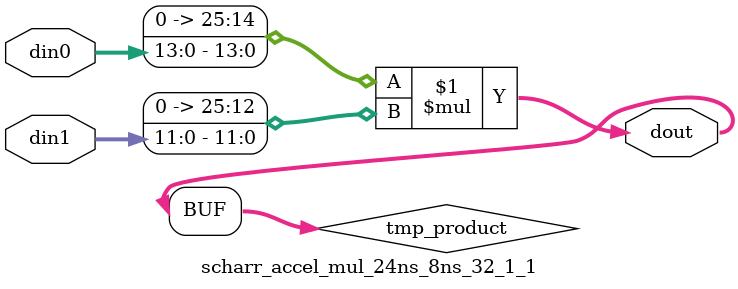
<source format=v>

`timescale 1 ns / 1 ps

  module scharr_accel_mul_24ns_8ns_32_1_1(din0, din1, dout);
parameter ID = 1;
parameter NUM_STAGE = 0;
parameter din0_WIDTH = 14;
parameter din1_WIDTH = 12;
parameter dout_WIDTH = 26;

input [din0_WIDTH - 1 : 0] din0; 
input [din1_WIDTH - 1 : 0] din1; 
output [dout_WIDTH - 1 : 0] dout;

wire signed [dout_WIDTH - 1 : 0] tmp_product;










assign tmp_product = $signed({1'b0, din0}) * $signed({1'b0, din1});











assign dout = tmp_product;







endmodule

</source>
